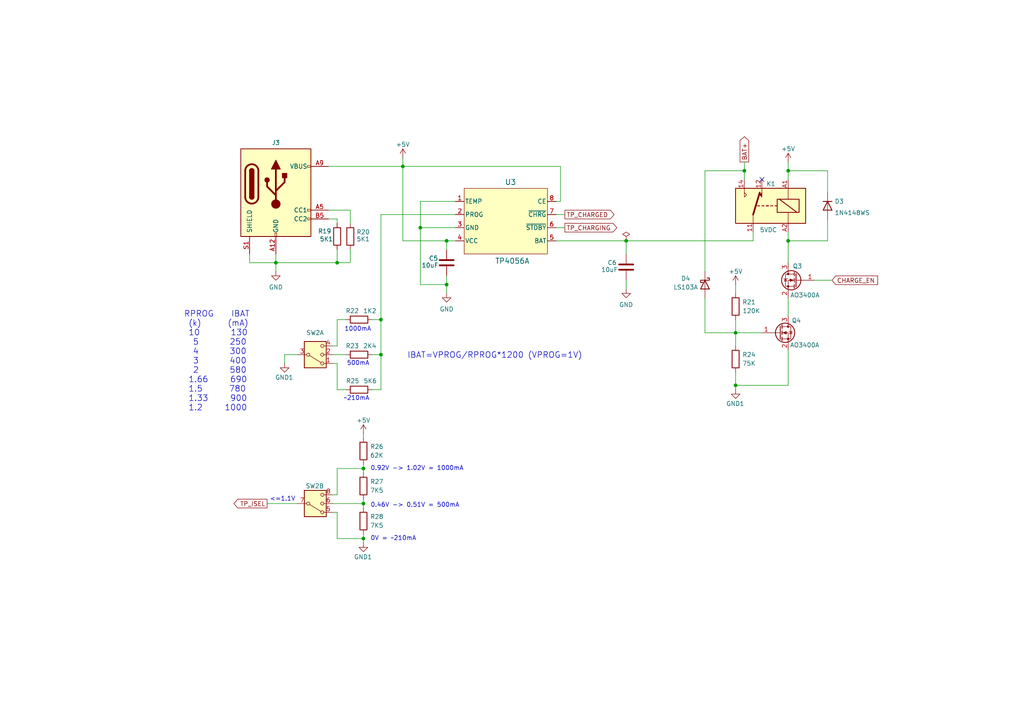
<source format=kicad_sch>
(kicad_sch (version 20231120) (generator "eeschema") (generator_version "8.0")
  (paper "A4")
  (title_block (title "Lithium battery doctor") (date "2024-06-12") (rev "1") (comment 1 "Modified by GMagician") (comment 2 "Original project by Akos Boda"))
  (lib_symbols
    (symbol "+5V_1" (power) (pin_numbers hide) (pin_names (offset 0) hide)
      (property "Value" "+5V" (at 0 3.556 0))
      (symbol "+5V_1_0_1"
        (polyline (pts (xy -0.762 1.27) (xy 0 2.54)))
        (polyline (pts (xy 0 0) (xy 0 2.54)))
        (polyline (pts (xy 0 2.54) (xy 0.762 1.27)))
      )
      (symbol "+5V_1_1_1"
        (pin power_in line (at 0 0 90) (length 0) (name "~") (number "1"))
      )
    )
    (symbol "Battery_Management_C:TP4056A" (pin_names (offset 0.254))
      (property "Reference" "U" (at 20.32 10.16 0))
      (property "Value" "TP4056A" (at 21.59 7.62 0))
      (symbol "TP4056A_1_1"
        (rectangle (start 10.16 5.08) (end 34.29 -13.97) (fill (type background)))
        (pin input line (at 7.62 1.27 0) (length 2.54) (name "TEMP") (number "1"))
        (pin passive line (at 7.62 -2.54 0) (length 2.54) (name "PROG") (number "2"))
        (pin power_in line (at 7.62 -6.35 0) (length 2.54) (name "GND") (number "3"))
        (pin power_in line (at 7.62 -10.16 0) (length 2.54) (name "VCC") (number "4"))
        (pin power_in line (at 36.83 -10.16 180) (length 2.54) (name "BAT") (number "5"))
        (pin open_collector line (at 36.83 -6.35 180) (length 2.54) (name "~{STDBY}") (number "6"))
        (pin open_collector line (at 36.83 -2.54 180) (length 2.54) (name "~{CHRG}") (number "7"))
        (pin input line (at 36.83 1.27 180) (length 2.54) (name "CE") (number "8"))
        (pin passive line (at 7.62 -6.35 0) (length 2.54) hide (name "GND") (number "9"))
      )
    )
    (symbol "Connector:USB_C_Receptacle_PowerOnly_6P" (pin_names (offset 1.016))
      (property "Reference" "J" (at 0 16.51 0))
      (property "Value" "USB_C_Receptacle_PowerOnly_6P" (at 0 13.97 0))
      (symbol "USB_C_Receptacle_PowerOnly_6P_0_0"
        (rectangle (start -0.254 -12.7) (end 0.254 -11.684))
        (rectangle (start 10.16 -7.366) (end 9.144 -7.874))
        (rectangle (start 10.16 -4.826) (end 9.144 -5.334))
        (rectangle (start 10.16 7.874) (end 9.144 7.366))
      )
      (symbol "USB_C_Receptacle_PowerOnly_6P_0_1"
        (rectangle (start -10.16 12.7) (end 10.16 -12.7) (stroke (width 0.254)) (fill (type background)))
        (arc (start -8.89 -1.27) (mid -6.985 -3.1667) (end -5.08 -1.27) (stroke (width 0.508)))
        (arc (start -7.62 -1.27) (mid -6.985 -1.9023) (end -6.35 -1.27) (stroke (width 0.254)))
        (arc (start -7.62 -1.27) (mid -6.985 -1.9023) (end -6.35 -1.27) (stroke (width 0.254)) (fill (type outline)))
        (rectangle (start -7.62 -1.27) (end -6.35 6.35) (stroke (width 0.254)) (fill (type outline)))
        (arc (start -6.35 6.35) (mid -6.985 6.9823) (end -7.62 6.35) (stroke (width 0.254)))
        (arc (start -6.35 6.35) (mid -6.985 6.9823) (end -7.62 6.35) (stroke (width 0.254)) (fill (type outline)))
        (arc (start -5.08 6.35) (mid -6.985 8.2467) (end -8.89 6.35) (stroke (width 0.508)))
        (circle (center -2.54 3.683) (radius 0.635) (stroke (width 0.254)) (fill (type outline)))
        (circle (center 0 -3.302) (radius 1.27) (fill (type outline)))
        (polyline (pts (xy -8.89 -1.27) (xy -8.89 6.35)) (stroke (width 0.508)))
        (polyline (pts (xy -5.08 6.35) (xy -5.08 -1.27)) (stroke (width 0.508)))
        (polyline (pts (xy 0 -3.302) (xy 0 6.858)) (stroke (width 0.508)))
        (polyline (pts (xy 0 -0.762) (xy -2.54 1.778) (xy -2.54 3.048)) (stroke (width 0.508)))
        (polyline (pts (xy 0 0.508) (xy 2.54 3.048) (xy 2.54 4.318)) (stroke (width 0.508)))
        (polyline (pts (xy -1.27 6.858) (xy 0 9.398) (xy 1.27 6.858) (xy -1.27 6.858)) (stroke (width 0.254)) (fill (type outline)))
        (rectangle (start 1.905 4.318) (end 3.175 5.588) (stroke (width 0.254)) (fill (type outline)))
      )
      (symbol "USB_C_Receptacle_PowerOnly_6P_1_1"
        (pin passive line (at 0 -17.78 90) (length 5.08) (name "GND") (number "A12"))
        (pin bidirectional line (at 15.24 -5.08 180) (length 5.08) (name "CC1") (number "A5"))
        (pin passive line (at 15.24 7.62 180) (length 5.08) (name "VBUS") (number "A9"))
        (pin passive line (at 0 -17.78 90) (length 5.08) hide (name "GND") (number "B12"))
        (pin bidirectional line (at 15.24 -7.62 180) (length 5.08) (name "CC2") (number "B5"))
        (pin passive line (at 15.24 7.62 180) (length 5.08) hide (name "VBUS") (number "B9"))
        (pin passive line (at -7.62 -17.78 90) (length 5.08) (name "SHIELD") (number "S1"))
      )
    )
    (symbol "Device:C" (pin_numbers hide) (pin_names (offset 0.254))
      (property "Reference" "C" (at 0.635 2.54 0))
      (property "Value" "C" (at 0.635 -2.54 0))
      (symbol "C_0_1"
        (polyline (pts (xy -2.032 -0.762) (xy 2.032 -0.762)) (stroke (width 0.508)))
        (polyline (pts (xy -2.032 0.762) (xy 2.032 0.762)) (stroke (width 0.508)))
      )
      (symbol "C_1_1"
        (pin passive line (at 0 3.81 270) (length 2.794) (name "~") (number "1"))
        (pin passive line (at 0 -3.81 90) (length 2.794) (name "~") (number "2"))
      )
    )
    (symbol "Device:R" (pin_numbers hide) (pin_names (offset 0))
      (property "Reference" "R" (at 2.032 0 90))
      (property "Value" "R" (at 0 0 90))
      (symbol "R_0_1"
        (rectangle (start -1.016 -2.54) (end 1.016 2.54) (stroke (width 0.254)))
      )
      (symbol "R_1_1"
        (pin passive line (at 0 3.81 270) (length 1.27) (name "~") (number "1"))
        (pin passive line (at 0 -3.81 90) (length 1.27) (name "~") (number "2"))
      )
    )
    (symbol "Diode:1N4148WS" (pin_numbers hide) (pin_names hide)
      (property "Reference" "D" (at 0 2.54 0))
      (property "Value" "1N4148WS" (at 0 -2.54 0))
      (symbol "1N4148WS_0_1"
        (polyline (pts (xy -1.27 1.27) (xy -1.27 -1.27)) (stroke (width 0.254)))
        (polyline (pts (xy 1.27 0) (xy -1.27 0)))
        (polyline (pts (xy 1.27 1.27) (xy 1.27 -1.27) (xy -1.27 0) (xy 1.27 1.27)) (stroke (width 0.254)))
      )
      (symbol "1N4148WS_1_1"
        (pin passive line (at -3.81 0 0) (length 2.54) (name "K") (number "1"))
        (pin passive line (at 3.81 0 180) (length 2.54) (name "A") (number "2"))
      )
    )
    (symbol "Diode_C:LS103A" (pin_numbers hide) (pin_names (offset 1.016) hide)
      (property "Reference" "D" (at 0 2.794 0))
      (property "Value" "LS103A" (at 0 -2.794 0))
      (symbol "LS103A_0_1"
        (polyline (pts (xy 1.27 0) (xy -1.27 0)))
        (polyline (pts (xy 1.27 1.27) (xy 1.27 -1.27) (xy -1.27 0) (xy 1.27 1.27)) (stroke (width 0.254)))
        (polyline (pts (xy -1.905 0.635) (xy -1.905 1.27) (xy -1.27 1.27) (xy -1.27 -1.27) (xy -0.635 -1.27) (xy -0.635 -0.635)) (stroke (width 0.254)))
      )
      (symbol "LS103A_1_1"
        (pin passive line (at -3.81 0 0) (length 2.54) (name "K") (number "1"))
        (pin passive line (at 3.81 0 180) (length 2.54) (name "A") (number "2"))
      )
    )
    (symbol "Relay:FINDER-36.11"
      (property "Reference" "K" (at 11.43 3.81 0))
      (property "Value" "FINDER-36.11" (at 11.43 1.27 0))
      (symbol "FINDER-36.11_0_0"
        (polyline (pts (xy 2.54 3.81) (xy 2.54 5.08)))
        (polyline (pts (xy 7.62 3.81) (xy 7.62 5.08)))
        (polyline (pts (xy 7.62 3.81) (xy 7.62 2.54) (xy 6.985 3.175) (xy 7.62 3.81)))
      )
      (symbol "FINDER-36.11_0_1"
        (rectangle (start -10.16 5.08) (end 10.16 -5.08) (stroke (width 0.254)) (fill (type background)))
        (rectangle (start -8.255 1.905) (end -1.905 -1.905) (stroke (width 0.254)))
        (polyline (pts (xy -7.62 -1.905) (xy -2.54 1.905)) (stroke (width 0.254)))
        (polyline (pts (xy -5.08 -5.08) (xy -5.08 -1.905)))
        (polyline (pts (xy -5.08 5.08) (xy -5.08 1.905)))
        (polyline (pts (xy -1.905 0) (xy -1.27 0)) (stroke (width 0.254)))
        (polyline (pts (xy -0.635 0) (xy 0 0)) (stroke (width 0.254)))
        (polyline (pts (xy 0.635 0) (xy 1.27 0)) (stroke (width 0.254)))
        (polyline (pts (xy 0.635 0) (xy 1.27 0)) (stroke (width 0.254)))
        (polyline (pts (xy 1.905 0) (xy 2.54 0)) (stroke (width 0.254)))
        (polyline (pts (xy 3.175 0) (xy 3.81 0)) (stroke (width 0.254)))
        (polyline (pts (xy 5.08 -2.54) (xy 3.175 3.81)) (stroke (width 0.508)))
        (polyline (pts (xy 5.08 -2.54) (xy 5.08 -5.08)))
        (polyline (pts (xy 2.54 2.54) (xy 2.54 3.81) (xy 2.54 2.54) (xy 2.54 2.54) (xy 3.175 3.175) (xy 2.54 3.81)) (fill (type outline)))
      )
      (symbol "FINDER-36.11_1_1"
        (pin passive line (at 5.08 -7.62 90) (length 2.54) (name "~") (number "11"))
        (pin passive line (at 2.54 7.62 270) (length 2.54) (name "~") (number "12"))
        (pin passive line (at 7.62 7.62 270) (length 2.54) (name "~") (number "14"))
        (pin passive line (at -5.08 7.62 270) (length 2.54) (name "~") (number "A1"))
        (pin passive line (at -5.08 -7.62 90) (length 2.54) (name "~") (number "A2"))
      )
    )
    (symbol "Switch:SW_DP3T" (pin_names (offset 0) hide)
      (property "Reference" "SW" (at 0 5.08 0))
      (property "Value" "SW_DP3T" (at 0 -5.08 0))
      (symbol "SW_DP3T_0_1"
        (rectangle (start -3.175 3.81) (end 3.175 -3.81) (stroke (width 0.254)) (fill (type background)))
        (circle (center -2.032 0) (radius 0.4572))
        (polyline (pts (xy -1.651 0.254) (xy 1.651 2.286)))
        (circle (center 2.032 -2.54) (radius 0.4572))
        (circle (center 2.032 0) (radius 0.4572))
        (circle (center 2.032 2.54) (radius 0.4572))
      )
      (symbol "SW_DP3T_1_1"
        (pin passive line (at 5.08 2.54 180) (length 2.54) (name "1") (number "1"))
        (pin passive line (at 5.08 0 180) (length 2.54) (name "2") (number "2"))
        (pin passive line (at -5.08 0 0) (length 2.54) (name "3") (number "3"))
        (pin passive line (at 5.08 -2.54 180) (length 2.54) (name "4") (number "4"))
      )
      (symbol "SW_DP3T_2_1"
        (pin passive line (at 5.08 2.54 180) (length 2.54) (name "5") (number "5"))
        (pin passive line (at 5.08 0 180) (length 2.54) (name "6") (number "6"))
        (pin passive line (at -5.08 0 0) (length 2.54) (name "7") (number "7"))
        (pin passive line (at 5.08 -2.54 180) (length 2.54) (name "8") (number "8"))
      )
    )
    (symbol "Transistor_FET:AO3400A" (pin_names hide)
      (property "Reference" "Q" (at 5.08 1.905 0))
      (property "Value" "AO3400A" (at 5.08 0 0))
      (symbol "AO3400A_0_1"
        (polyline (pts (xy 0.254 0) (xy -2.54 0)))
        (polyline (pts (xy 0.254 1.905) (xy 0.254 -1.905)) (stroke (width 0.254)))
        (polyline (pts (xy 0.762 -1.27) (xy 0.762 -2.286)) (stroke (width 0.254)))
        (polyline (pts (xy 0.762 0.508) (xy 0.762 -0.508)) (stroke (width 0.254)))
        (polyline (pts (xy 0.762 2.286) (xy 0.762 1.27)) (stroke (width 0.254)))
        (polyline (pts (xy 2.54 2.54) (xy 2.54 1.778)))
        (polyline (pts (xy 2.54 -2.54) (xy 2.54 0) (xy 0.762 0)))
        (polyline (pts (xy 0.762 -1.778) (xy 3.302 -1.778) (xy 3.302 1.778) (xy 0.762 1.778)))
        (polyline (pts (xy 1.016 0) (xy 2.032 0.381) (xy 2.032 -0.381) (xy 1.016 0)) (fill (type outline)))
        (polyline (pts (xy 2.794 0.508) (xy 2.921 0.381) (xy 3.683 0.381) (xy 3.81 0.254)))
        (polyline (pts (xy 3.302 0.381) (xy 2.921 -0.254) (xy 3.683 -0.254) (xy 3.302 0.381)))
        (circle (center 1.651 0) (radius 2.794) (stroke (width 0.254)))
        (circle (center 2.54 -1.778) (radius 0.254) (fill (type outline)))
        (circle (center 2.54 1.778) (radius 0.254) (fill (type outline)))
      )
      (symbol "AO3400A_1_1"
        (pin input line (at -5.08 0 0) (length 2.54) (name "G") (number "1"))
        (pin passive line (at 2.54 -5.08 90) (length 2.54) (name "S") (number "2"))
        (pin passive line (at 2.54 5.08 270) (length 2.54) (name "D") (number "3"))
      )
    )
    (symbol "power:GND" (power) (pin_numbers hide) (pin_names (offset 0) hide)
      (property "Value" "GND" (at 0 -3.81 0))
      (symbol "GND_0_1"
        (polyline (pts (xy 0 0) (xy 0 -1.27) (xy 1.27 -1.27) (xy 0 -2.54) (xy -1.27 -1.27) (xy 0 -1.27)))
      )
      (symbol "GND_1_1"
        (pin power_in line (at 0 0 270) (length 0) (name "~") (number "1"))
      )
    )
    (symbol "power:GND1" (power) (pin_numbers hide) (pin_names (offset 0) hide)
      (property "Value" "GND1" (at 0 -3.81 0))
      (symbol "GND1_0_1"
        (polyline (pts (xy 0 0) (xy 0 -1.27) (xy 1.27 -1.27) (xy 0 -2.54) (xy -1.27 -1.27) (xy 0 -1.27)))
      )
      (symbol "GND1_1_1"
        (pin power_in line (at 0 0 270) (length 0) (name "~") (number "1"))
      )
    )
    (symbol "power:PWR_FLAG" (power) (pin_numbers hide) (pin_names (offset 0) hide)
      (property "Value" "PWR_FLAG" (at 0 3.81 0))
      (symbol "PWR_FLAG_0_0"
        (pin power_out line (at 0 0 90) (length 0) (name "~") (number "1"))
      )
      (symbol "PWR_FLAG_0_1"
        (polyline (pts (xy 0 0) (xy 0 1.27) (xy -1.016 1.905) (xy 0 2.54) (xy 1.016 1.905) (xy 0 1.27)))
      )
    )
  )
  (junction (at 129.54 82.55))
  (junction (at 215.9 49.53))
  (junction (at 110.49 92.71))
  (junction (at 213.36 96.52))
  (junction (at 181.61 69.85))
  (junction (at 213.36 111.76))
  (junction (at 121.92 66.04))
  (junction (at 80.01 76.2))
  (junction (at 110.49 102.87))
  (junction (at 116.84 48.26))
  (junction (at 105.41 135.89))
  (junction (at 105.41 146.05))
  (junction (at 105.41 156.21))
  (junction (at 228.6 49.53))
  (junction (at 129.54 69.85))
  (junction (at 228.6 69.85))
  (junction (at 97.79 76.2))
  (no_connect (at 220.98 52.07))
  (wire (pts (xy 96.52 102.87) (xy 100.33 102.87)))
  (wire (pts (xy 161.29 69.85) (xy 181.61 69.85)))
  (wire (pts (xy 97.79 63.5) (xy 95.25 63.5)))
  (wire (pts (xy 213.36 111.76) (xy 213.36 113.03)))
  (wire (pts (xy 116.84 45.72) (xy 116.84 48.26)))
  (wire (pts (xy 129.54 69.85) (xy 129.54 72.39)))
  (wire (pts (xy 213.36 92.71) (xy 213.36 96.52)))
  (wire (pts (xy 228.6 49.53) (xy 240.03 49.53)))
  (wire (pts (xy 97.79 105.41) (xy 96.52 105.41)))
  (wire (pts (xy 97.79 100.33) (xy 97.79 92.71)))
  (wire (pts (xy 105.41 127) (xy 105.41 125.73)))
  (wire (pts (xy 95.25 48.26) (xy 116.84 48.26)))
  (wire (pts (xy 228.6 101.6) (xy 228.6 111.76)))
  (wire (pts (xy 100.33 92.71) (xy 97.79 92.71)))
  (wire (pts (xy 105.41 156.21) (xy 105.41 154.94)))
  (wire (pts (xy 82.55 102.87) (xy 86.36 102.87)))
  (wire (pts (xy 97.79 143.51) (xy 97.79 135.89)))
  (wire (pts (xy 204.47 49.53) (xy 204.47 78.74)))
  (wire (pts (xy 121.92 58.42) (xy 132.08 58.42)))
  (wire (pts (xy 97.79 72.39) (xy 97.79 76.2)))
  (wire (pts (xy 228.6 49.53) (xy 228.6 52.07)))
  (wire (pts (xy 129.54 82.55) (xy 129.54 85.09)))
  (wire (pts (xy 80.01 76.2) (xy 97.79 76.2)))
  (wire (pts (xy 161.29 62.23) (xy 163.83 62.23)))
  (wire (pts (xy 82.55 102.87) (xy 82.55 105.41)))
  (wire (pts (xy 97.79 105.41) (xy 97.79 113.03)))
  (wire (pts (xy 213.36 96.52) (xy 220.98 96.52)))
  (wire (pts (xy 181.61 69.85) (xy 218.44 69.85)))
  (wire (pts (xy 80.01 76.2) (xy 80.01 78.74)))
  (wire (pts (xy 228.6 67.31) (xy 228.6 69.85)))
  (wire (pts (xy 121.92 58.42) (xy 121.92 66.04)))
  (wire (pts (xy 218.44 67.31) (xy 218.44 69.85)))
  (wire (pts (xy 105.41 157.48) (xy 105.41 156.21)))
  (wire (pts (xy 96.52 146.05) (xy 105.41 146.05)))
  (wire (pts (xy 228.6 86.36) (xy 228.6 91.44)))
  (wire (pts (xy 116.84 48.26) (xy 162.56 48.26)))
  (wire (pts (xy 110.49 102.87) (xy 110.49 113.03)))
  (wire (pts (xy 213.36 82.55) (xy 213.36 85.09)))
  (wire (pts (xy 236.22 81.28) (xy 241.3 81.28)))
  (wire (pts (xy 181.61 69.85) (xy 181.61 73.66)))
  (wire (pts (xy 240.03 49.53) (xy 240.03 55.88)))
  (wire (pts (xy 181.61 81.28) (xy 181.61 83.82)))
  (wire (pts (xy 204.47 86.36) (xy 204.47 96.52)))
  (wire (pts (xy 95.25 60.96) (xy 101.6 60.96)))
  (wire (pts (xy 105.41 135.89) (xy 105.41 137.16)))
  (wire (pts (xy 97.79 156.21) (xy 105.41 156.21)))
  (wire (pts (xy 80.01 76.2) (xy 80.01 73.66)))
  (wire (pts (xy 110.49 62.23) (xy 132.08 62.23)))
  (wire (pts (xy 121.92 66.04) (xy 132.08 66.04)))
  (wire (pts (xy 105.41 144.78) (xy 105.41 146.05)))
  (wire (pts (xy 107.95 102.87) (xy 110.49 102.87)))
  (wire (pts (xy 105.41 146.05) (xy 105.41 147.32)))
  (wire (pts (xy 110.49 62.23) (xy 110.49 92.71)))
  (wire (pts (xy 110.49 113.03) (xy 107.95 113.03)))
  (wire (pts (xy 97.79 76.2) (xy 101.6 76.2)))
  (wire (pts (xy 215.9 49.53) (xy 215.9 52.07)))
  (wire (pts (xy 97.79 113.03) (xy 100.33 113.03)))
  (wire (pts (xy 213.36 111.76) (xy 228.6 111.76)))
  (wire (pts (xy 97.79 63.5) (xy 97.79 64.77)))
  (wire (pts (xy 110.49 92.71) (xy 107.95 92.71)))
  (wire (pts (xy 101.6 72.39) (xy 101.6 76.2)))
  (wire (pts (xy 97.79 143.51) (xy 96.52 143.51)))
  (wire (pts (xy 97.79 148.59) (xy 97.79 156.21)))
  (wire (pts (xy 77.47 146.05) (xy 86.36 146.05)))
  (wire (pts (xy 97.79 148.59) (xy 96.52 148.59)))
  (wire (pts (xy 161.29 58.42) (xy 162.56 58.42)))
  (wire (pts (xy 228.6 46.99) (xy 228.6 49.53)))
  (wire (pts (xy 97.79 135.89) (xy 105.41 135.89)))
  (wire (pts (xy 240.03 63.5) (xy 240.03 69.85)))
  (wire (pts (xy 110.49 102.87) (xy 110.49 92.71)))
  (wire (pts (xy 121.92 66.04) (xy 121.92 82.55)))
  (wire (pts (xy 162.56 48.26) (xy 162.56 58.42)))
  (wire (pts (xy 228.6 69.85) (xy 228.6 76.2)))
  (wire (pts (xy 116.84 48.26) (xy 116.84 69.85)))
  (wire (pts (xy 72.39 76.2) (xy 80.01 76.2)))
  (wire (pts (xy 213.36 107.95) (xy 213.36 111.76)))
  (wire (pts (xy 72.39 73.66) (xy 72.39 76.2)))
  (wire (pts (xy 129.54 80.01) (xy 129.54 82.55)))
  (wire (pts (xy 204.47 49.53) (xy 215.9 49.53)))
  (wire (pts (xy 97.79 100.33) (xy 96.52 100.33)))
  (wire (pts (xy 105.41 134.62) (xy 105.41 135.89)))
  (wire (pts (xy 215.9 46.99) (xy 215.9 49.53)))
  (wire (pts (xy 121.92 82.55) (xy 129.54 82.55)))
  (wire (pts (xy 228.6 69.85) (xy 240.03 69.85)))
  (wire (pts (xy 129.54 69.85) (xy 132.08 69.85)))
  (wire (pts (xy 101.6 60.96) (xy 101.6 64.77)))
  (wire (pts (xy 204.47 96.52) (xy 213.36 96.52)))
  (wire (pts (xy 213.36 96.52) (xy 213.36 100.33)))
  (wire (pts (xy 116.84 69.85) (xy 129.54 69.85)))
  (wire (pts (xy 161.29 66.04) (xy 163.83 66.04)))
  (text "IBAT=VPROG/RPROG*1200 (VPROG=1V)\n" (at 118.11 104.14 0) (effects (font (size 1.69 1.69)) (justify left bottom)))
  (text "<=1.1V" (at 78.232 145.542 0) (effects (font (size 1.27 1.27)) (justify left bottom)))
  (text "500mA\n" (at 107.188 106.172 0) (effects (font (size 1.27 1.27)) (justify right bottom)))
  (text "RPROG    IBAT\n (k)      (mA)\n 10       130\n  5       250\n  4       300\n  3       400\n  2       580\n 1.66     690\n 1.5      780\n 1.33     900\n 1.2     1000" (at 53.34 119.38 0) (effects (font (size 1.69 1.69)) (justify left bottom)))
  (text "0.46V -> 0.51V = 500mA" (at 107.442 147.32 0) (effects (font (size 1.27 1.27)) (justify left bottom)))
  (text "0.92V -> 1.02V = 1000mA" (at 107.442 136.652 0) (effects (font (size 1.27 1.27)) (justify left bottom)))
  (text "~210mA" (at 107.188 116.332 0) (effects (font (size 1.27 1.27)) (justify right bottom)))
  (text "0V = ~210mA" (at 107.442 156.972 0) (effects (font (size 1.27 1.27)) (justify left bottom)))
  (text "1000mA\n" (at 107.696 96.266 0) (effects (font (size 1.27 1.27)) (justify right bottom)))
  (global_label "TP_CHARGING" (shape output) (at 163.83 66.04 0) (property "Intersheetrefs" "${INTERSHEET_REFS}" (effects (hide yes))))
  (global_label "CHARGE_EN" (shape input) (at 241.3 81.28 0) (property "Intersheetrefs" "${INTERSHEET_REFS}" (effects (hide yes))))
  (global_label "TP_ISEL" (shape output) (at 77.47 146.05 180) (property "Intersheetrefs" "${INTERSHEET_REFS}" (effects (hide yes))))
  (global_label "BAT+" (shape output) (at 215.9 46.99 90) (property "Intersheetrefs" "${INTERSHEET_REFS}" (effects (hide yes))))
  (global_label "TP_CHARGED" (shape output) (at 163.83 62.23 0) (property "Intersheetrefs" "${INTERSHEET_REFS}" (effects (hide yes))))
  (symbol (lib_id "Device:R") (at 105.41 151.13 0) (mirror x) (unit 1)
    (property "Reference" "R28" (at 111.252 149.86 0) (effects (justify right)))
    (property "Value" "7K5" (at 111.252 152.4 0) (effects (justify right)))
    (property "Footprint" "Resistor_SMD:R_0805_2012Metric_Pad1.20x1.40mm_HandSolder" (effects (hide yes)))
  )
  (symbol (lib_id "Diode_C:LS103A") (at 204.47 82.55 270) (unit 1)
    (property "Reference" "D4" (at 198.882 80.772 90))
    (property "Value" "LS103A" (at 198.882 83.312 90))
    (property "Footprint" "Diode_SMD_C:D_SOD-80" (effects (hide yes)))
    (property "Datasheet" "https://www.vishay.com/docs/85631/ls103a.pdf" (effects (hide yes)))
    (property "Sim.Device" "D" (effects (hide yes)))
    (property "Sim.Pins" "1=A 2=K" (effects (hide yes)))
  )
  (symbol (lib_id "Device:C") (at 181.61 77.47 180) (unit 1)
    (property "Reference" "C6" (at 177.546 76.2 0))
    (property "Value" "10uF" (at 176.784 78.232 0))
    (property "Footprint" "Capacitor_SMD:C_0805_2012Metric_Pad1.18x1.45mm_HandSolder" (effects (hide yes)))
  )
  (symbol (lib_id "power:PWR_FLAG") (at 181.61 69.85 0) (unit 1)
    (property "Reference" "#FLG05" (effects (hide yes)))
    (property "Value" "PWR_FLAG" (effects (hide yes)))
    (property "Description" "Special symbol for telling ERC where power comes from" (effects (hide yes)))
  )
  (symbol (lib_id "Relay:FINDER-36.11") (at 223.52 59.69 0) (mirror y) (unit 1)
    (property "Reference" "K1" (at 222.25 53.34 0) (effects (justify right)))
    (property "Value" "5VDC" (at 220.345 66.675 0) (effects (justify right)))
    (property "Footprint" "Relay_THT:Relay_SPDT_Finder_36.11" (effects (hide yes)))
    (property "Datasheet" "https://gfinder.findernet.com/public/attachments/36/EN/S36EN.pdf" (effects (hide yes)))
    (property "Description" "FINDER 36.11, SPDT relay, 10A" (effects (hide yes)))
    (property "Sim.Device" "SW" (effects (hide yes)))
    (property "Sim.Type" "V" (effects (hide yes)))
    (property "Sim.Pins" "11=no+ 14=no- A1=ctrl+ A2=ctrl-" (effects (hide yes)))
    (property "Sim.Params" "thr=4.5 his=0" (effects (hide yes)))
  )
  (symbol (lib_id "power:GND1") (at 82.55 105.41 0) (unit 1)
    (property "Reference" "#PWR032" (effects (hide yes)))
    (property "Value" "GND1" (at 85.09 109.474 0) (effects (justify right)))
    (property "Description" "Power symbol creates a global label with name \"GND1\" , ground" (effects (hide yes)))
  )
  (symbol (lib_name "+5V_1") (lib_id "power:+5V") (at 116.84 45.72 0) (unit 1)
    (property "Reference" "#PWR026" (effects (hide yes)))
    (property "Value" "+5V" (at 116.84 41.91 0))
    (property "Description" "Power symbol creates a global label with name \"+5V\"" (effects (hide yes)))
  )
  (symbol (lib_id "Device:R") (at 97.79 68.58 0) (unit 1)
    (property "Reference" "R19" (at 92.202 67.056 0) (effects (justify left)))
    (property "Value" "5K1" (at 92.71 69.342 0) (effects (justify left)))
    (property "Footprint" "Resistor_SMD:R_0805_2012Metric_Pad1.20x1.40mm_HandSolder" (effects (hide yes)))
  )
  (symbol (lib_id "Device:R") (at 105.41 130.81 0) (mirror x) (unit 1)
    (property "Reference" "R26" (at 111.252 129.54 0) (effects (justify right)))
    (property "Value" "62K" (at 111.252 132.08 0) (effects (justify right)))
    (property "Footprint" "Resistor_SMD:R_0805_2012Metric_Pad1.20x1.40mm_HandSolder" (effects (hide yes)))
  )
  (symbol (lib_id "power:GND") (at 80.01 78.74 0) (unit 1)
    (property "Reference" "#PWR028" (effects (hide yes)))
    (property "Value" "GND" (at 80.01 83.312 0))
    (property "Description" "Power symbol creates a global label with name \"GND\" , ground" (effects (hide yes)))
  )
  (symbol (lib_id "Device:R") (at 105.41 140.97 0) (mirror x) (unit 1)
    (property "Reference" "R27" (at 111.252 139.7 0) (effects (justify right)))
    (property "Value" "7K5" (at 111.252 142.24 0) (effects (justify right)))
    (property "Footprint" "Resistor_SMD:R_0805_2012Metric_Pad1.20x1.40mm_HandSolder" (effects (hide yes)))
  )
  (symbol (lib_id "power:GND") (at 181.61 83.82 0) (unit 1)
    (property "Reference" "#PWR030" (effects (hide yes)))
    (property "Value" "GND" (at 181.61 88.392 0))
    (property "Description" "Power symbol creates a global label with name \"GND\" , ground" (effects (hide yes)))
  )
  (symbol (lib_id "Device:R") (at 104.14 92.71 270) (unit 1)
    (property "Reference" "R22" (at 104.14 90.17 90) (effects (justify right)))
    (property "Value" "1K2" (at 109.22 90.17 90) (effects (justify right)))
    (property "Footprint" "Resistor_SMD:R_0805_2012Metric_Pad1.20x1.40mm_HandSolder" (effects (hide yes)))
  )
  (symbol (lib_id "power:GND1") (at 105.41 157.48 0) (unit 1)
    (property "Reference" "#PWR035" (effects (hide yes)))
    (property "Value" "GND1" (at 107.95 161.544 0) (effects (justify right)))
    (property "Description" "Power symbol creates a global label with name \"GND1\" , ground" (effects (hide yes)))
  )
  (symbol (lib_id "Transistor_FET:AO3400A") (at 231.14 81.28 0) (mirror y) (unit 1)
    (property "Reference" "Q3" (at 232.664 77.216 0) (effects (justify left)))
    (property "Value" "AO3400A" (at 237.744 85.598 0) (effects (justify left)))
    (property "Footprint" "Package_TO_SOT_SMD:SOT-23" (effects (hide yes)))
    (property "Datasheet" "http://www.aosmd.com/pdfs/datasheet/AO3400A.pdf" (effects (hide yes)))
    (property "Description" "30V Vds, 5.7A Id, N-Channel MOSFET, SOT-23" (effects (hide yes)))
    (property "Sim.Library" "models\\AO3400.mod" (effects (hide yes)))
    (property "Sim.Name" "AO3400" (effects (hide yes)))
    (property "Sim.Device" "SUBCKT" (effects (hide yes)))
    (property "Sim.Pins" "1=4 2=1 3=2" (effects (hide yes)))
  )
  (symbol (lib_id "power:GND1") (at 213.36 113.03 0) (unit 1)
    (property "Reference" "#PWR033" (effects (hide yes)))
    (property "Value" "GND1" (at 215.9 117.094 0) (effects (justify right)))
    (property "Description" "Power symbol creates a global label with name \"GND1\" , ground" (effects (hide yes)))
  )
  (symbol (lib_name "+5V_1") (lib_id "power:+5V") (at 213.36 82.55 0) (unit 1)
    (property "Reference" "#PWR029" (effects (hide yes)))
    (property "Value" "+5V" (at 213.36 78.74 0))
    (property "Description" "Power symbol creates a global label with name \"+5V\"" (effects (hide yes)))
  )
  (symbol (lib_name "+5V_1") (lib_id "power:+5V") (at 105.41 125.73 0) (unit 1)
    (property "Reference" "#PWR034" (effects (hide yes)))
    (property "Value" "+5V" (at 105.41 121.92 0))
    (property "Description" "Power symbol creates a global label with name \"+5V\"" (effects (hide yes)))
  )
  (symbol (lib_id "Diode:1N4148WS") (at 240.03 59.69 270) (unit 1)
    (property "Reference" "D3" (at 242.062 58.42 90) (effects (justify left)))
    (property "Value" "1N4148WS" (at 242.062 61.722 90) (effects (justify left)))
    (property "Footprint" "Diode_SMD:D_SOD-323_HandSoldering" (effects (hide yes)))
    (property "Datasheet" "https://www.vishay.com/docs/85751/1n4148ws.pdf" (effects (hide yes)))
    (property "Sim.Device" "D" (effects (hide yes)))
    (property "Sim.Pins" "1=A 2=K" (effects (hide yes)))
    (property "Sim.Library" "models\\Diode.lib" (effects (hide yes)))
    (property "Sim.Name" "1N4148" (effects (hide yes)))
  )
  (symbol (lib_id "Transistor_FET:AO3400A") (at 226.06 96.52 0) (unit 1)
    (property "Reference" "Q4" (at 229.616 92.964 0) (effects (justify left)))
    (property "Value" "AO3400A" (at 229.108 100.076 0) (effects (justify left)))
    (property "Footprint" "Package_TO_SOT_SMD:SOT-23" (effects (hide yes)))
    (property "Datasheet" "http://www.aosmd.com/pdfs/datasheet/AO3400A.pdf" (effects (hide yes)))
    (property "Description" "30V Vds, 5.7A Id, N-Channel MOSFET, SOT-23" (effects (hide yes)))
    (property "Sim.Library" "models\\AO3400.mod" (effects (hide yes)))
    (property "Sim.Name" "AO3400" (effects (hide yes)))
    (property "Sim.Device" "SUBCKT" (effects (hide yes)))
    (property "Sim.Pins" "1=4 2=1 3=2" (effects (hide yes)))
  )
  (symbol (lib_id "Device:R") (at 213.36 88.9 0) (unit 1)
    (property "Reference" "R21" (at 219.202 87.63 0) (effects (justify right)))
    (property "Value" "120K" (at 220.472 90.17 0) (effects (justify right)))
    (property "Footprint" "Resistor_SMD:R_0805_2012Metric_Pad1.20x1.40mm_HandSolder" (effects (hide yes)))
  )
  (symbol (lib_id "Switch:SW_DP3T") (at 91.44 102.87 0) (mirror x) (unit 1) (exclude_from_sim yes)
    (property "Reference" "SW2" (at 93.98 96.52 0) (effects (justify right)))
    (property "Value" "SW_DP3T" (effects (hide yes)))
    (property "Footprint" "Switch:SK23D07VG5" (effects (hide yes)))
  )
  (symbol (lib_id "Device:R") (at 213.36 104.14 0) (unit 1)
    (property "Reference" "R24" (at 219.202 102.87 0) (effects (justify right)))
    (property "Value" "75K" (at 219.202 105.41 0) (effects (justify right)))
    (property "Footprint" "Resistor_SMD:R_0805_2012Metric_Pad1.20x1.40mm_HandSolder" (effects (hide yes)))
  )
  (symbol (lib_name "+5V_1") (lib_id "power:+5V") (at 228.6 46.99 0) (unit 1)
    (property "Reference" "#PWR027" (effects (hide yes)))
    (property "Value" "+5V" (at 228.6 43.18 0))
    (property "Description" "Power symbol creates a global label with name \"+5V\"" (effects (hide yes)))
  )
  (symbol (lib_id "power:GND") (at 129.54 85.09 0) (unit 1)
    (property "Reference" "#PWR031" (effects (hide yes)))
    (property "Value" "GND" (at 129.54 89.662 0))
    (property "Description" "Power symbol creates a global label with name \"GND\" , ground" (effects (hide yes)))
  )
  (symbol (lib_id "Connector:USB_C_Receptacle_PowerOnly_6P") (at 80.01 55.88 0) (unit 1) (exclude_from_sim yes)
    (property "Reference" "J3" (at 80.01 41.402 0))
    (property "Value" "USB_C_Receptacle_PowerOnly_6P" (effects (hide yes)))
    (property "Footprint" "Connector_USB:USB_C_Receptacle_GCT_USB4125-xx-x_6P_TopMnt_Horizontal" (effects (hide yes)))
    (property "Datasheet" "https://www.usb.org/sites/default/files/documents/usb_type-c.zip" (effects (hide yes)))
  )
  (symbol (lib_id "Device:R") (at 104.14 113.03 90) (unit 1)
    (property "Reference" "R25" (at 100.33 110.49 90) (effects (justify right)))
    (property "Value" "5K6" (at 105.41 110.49 90) (effects (justify right)))
    (property "Footprint" "Resistor_SMD:R_0805_2012Metric_Pad1.20x1.40mm_HandSolder" (effects (hide yes)))
  )
  (symbol (lib_id "Switch:SW_DP3T") (at 91.44 146.05 0) (mirror x) (unit 2) (exclude_from_sim yes)
    (property "Reference" "SW2" (at 93.98 140.97 0) (effects (justify right)))
    (property "Value" "SW_DP3T" (effects (hide yes)))
    (property "Footprint" "Switch:SK23D07VG5" (effects (hide yes)))
  )
  (symbol (lib_id "Device:R") (at 104.14 102.87 270) (unit 1)
    (property "Reference" "R23" (at 104.14 100.33 90) (effects (justify right)))
    (property "Value" "2K4" (at 109.22 100.33 90) (effects (justify right)))
    (property "Footprint" "Resistor_SMD:R_0805_2012Metric_Pad1.20x1.40mm_HandSolder" (effects (hide yes)))
  )
  (symbol (lib_id "Device:C") (at 129.54 76.2 0) (unit 1)
    (property "Reference" "C5" (at 125.73 74.93 0))
    (property "Value" "10uF" (at 124.714 76.962 0))
    (property "Footprint" "Capacitor_SMD:C_0805_2012Metric_Pad1.18x1.45mm_HandSolder" (effects (hide yes)))
  )
  (symbol (lib_id "Device:R") (at 101.6 68.58 0) (unit 1)
    (property "Reference" "R20" (at 103.378 67.31 0) (effects (justify left)))
    (property "Value" "5K1" (at 103.378 69.342 0) (effects (justify left)))
    (property "Footprint" "Resistor_SMD:R_0805_2012Metric_Pad1.20x1.40mm_HandSolder" (effects (hide yes)))
  )
  (symbol (lib_id "Battery_Management_C:TP4056A") (at 124.46 59.69 0) (unit 1) (exclude_from_sim yes)
    (property "Reference" "U3" (at 148.082 52.832 0) (effects (font (size 1.524 1.524))))
    (property "Value" "TP4056A" (at 148.59 75.692 0) (effects (font (size 1.524 1.524))))
    (property "Footprint" "Package_SO_C:SOP-8_4.2x5.3mm_P1.27mm_EP2.5x3.4mm_ThermalVias" (effects (hide yes)))
    (property "Datasheet" "https://dlnmh9ip6v2uc.cloudfront.net/datasheets/Prototyping/TP4056.pdf" (effects (hide yes)))
  )
)
</source>
